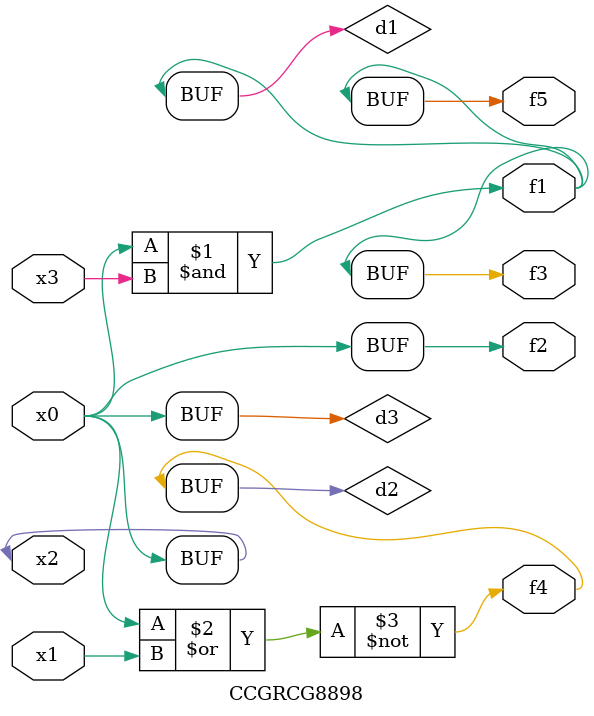
<source format=v>
module CCGRCG8898(
	input x0, x1, x2, x3,
	output f1, f2, f3, f4, f5
);

	wire d1, d2, d3;

	and (d1, x2, x3);
	nor (d2, x0, x1);
	buf (d3, x0, x2);
	assign f1 = d1;
	assign f2 = d3;
	assign f3 = d1;
	assign f4 = d2;
	assign f5 = d1;
endmodule

</source>
